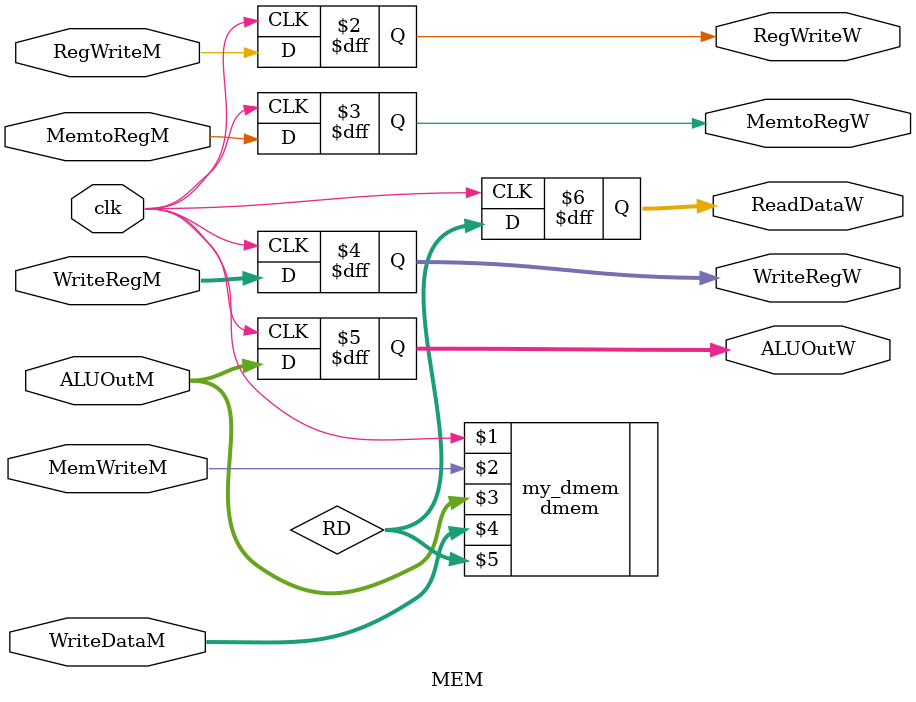
<source format=v>


module MEM(input clk, RegWriteM, MemtoRegM, MemWriteM,
	   input [4:0] WriteRegM,
	   input [31:0] ALUOutM, WriteDataM,
	   output RegWriteW, MemtoRegW,
	   output [4:0] WriteRegW,
	   output [31:0] ALUOutW, ReadDataW);

  wire [31:0] RD;
  reg RegWriteW, MemtoRegW;
  reg [4:0] WriteRegW;
  reg [31:0] ALUOutW, ReadDataW;

  dmem my_dmem(clk, MemWriteM, ALUOutM, WriteDataM, RD);

  always @(posedge clk)
    begin
    RegWriteW = RegWriteM;
    MemtoRegW = MemtoRegM;
    ReadDataW = RD;
    ALUOutW = ALUOutM;
    WriteRegW = WriteRegM;
    $display("MEM: %b %b %h %h %h",RegWriteM, MemWriteM, ALUOutM, WriteDataM, RD);
    end

endmodule
    

</source>
